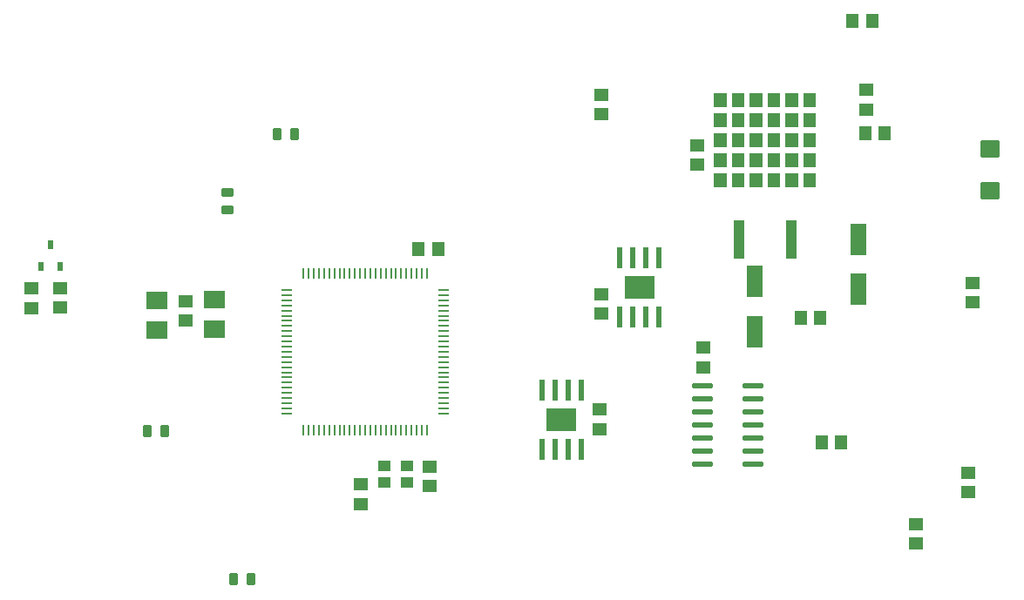
<source format=gbr>
G04 DipTrace 5.1.0.3*
G04 Íèæíÿÿï.ìàñêà.gbr*
%MOMM*%
G04 #@! TF.FileFunction,Paste,Bot*
G04 #@! TF.Part,Single*
%AMOUTLINE2*
4,1,28,
0.94997,0.56344,
0.95003,-0.56334,
0.93996,-0.63984,
0.91171,-0.70807,
0.86675,-0.76666,
0.80816,-0.81162,
0.73993,-0.83989,
0.66344,-0.84996,
-0.66334,-0.85004,
-0.73984,-0.83997,
-0.80807,-0.81171,
-0.86667,-0.76676,
-0.91163,-0.70817,
-0.93989,-0.63994,
-0.94997,-0.56344,
-0.95003,0.56334,
-0.93996,0.63984,
-0.91171,0.70807,
-0.86675,0.76666,
-0.80816,0.81162,
-0.73993,0.83989,
-0.66344,0.84996,
0.66334,0.85004,
0.73984,0.83997,
0.80807,0.81171,
0.86667,0.76676,
0.91163,0.70817,
0.93989,0.63994,
0.94997,0.56344,
0*%
%AMOUTLINE5*
4,1,28,
-0.94997,-0.56344,
-0.95003,0.56334,
-0.93996,0.63984,
-0.91171,0.70807,
-0.86675,0.76666,
-0.80816,0.81162,
-0.73993,0.83989,
-0.66344,0.84996,
0.66334,0.85004,
0.73984,0.83997,
0.80807,0.81171,
0.86667,0.76676,
0.91163,0.70817,
0.93989,0.63994,
0.94997,0.56344,
0.95003,-0.56334,
0.93996,-0.63984,
0.91171,-0.70807,
0.86675,-0.76666,
0.80816,-0.81162,
0.73993,-0.83989,
0.66344,-0.84996,
-0.66334,-0.85004,
-0.73984,-0.83997,
-0.80807,-0.81171,
-0.86667,-0.76676,
-0.91163,-0.70817,
-0.93989,-0.63994,
-0.94997,-0.56344,
0*%
%AMOUTLINE14*
4,1,28,
0.54987,1.66177,
0.55013,-1.66168,
0.5429,-1.71661,
0.52297,-1.76474,
0.49125,-1.80608,
0.44992,-1.8378,
0.40179,-1.85774,
0.34687,-1.86497,
-0.34658,-1.86503,
-0.40151,-1.8578,
-0.44964,-1.83787,
-0.49098,-1.80615,
-0.5227,-1.76482,
-0.54264,-1.71669,
-0.54987,-1.66177,
-0.55013,1.66168,
-0.5429,1.71661,
-0.52297,1.76474,
-0.49125,1.80608,
-0.44992,1.8378,
-0.40179,1.85774,
-0.34687,1.86497,
0.34658,1.86503,
0.40151,1.8578,
0.44964,1.83787,
0.49098,1.80615,
0.5227,1.76482,
0.54264,1.71669,
0.54987,1.66177,
0*%
%AMOUTLINE26*
4,1,28,
-0.15172,0.455,
0.15172,0.455,
0.18077,0.45118,
0.20478,0.44123,
0.22541,0.42541,
0.24123,0.40478,
0.25118,0.38077,
0.255,0.35172,
0.255,-0.35172,
0.25118,-0.38077,
0.24123,-0.40478,
0.22541,-0.42541,
0.20478,-0.44123,
0.18077,-0.45118,
0.15172,-0.455,
-0.15172,-0.455,
-0.18077,-0.45118,
-0.20478,-0.44123,
-0.22541,-0.42541,
-0.24123,-0.40478,
-0.25118,-0.38077,
-0.255,-0.35172,
-0.255,0.35172,
-0.25118,0.38077,
-0.24123,0.40478,
-0.22541,0.42541,
-0.20478,0.44123,
-0.18077,0.45118,
-0.15172,0.455,
0*%
%AMOUTLINE29*
4,1,28,
0.15172,-0.455,
-0.15172,-0.455,
-0.18077,-0.45118,
-0.20478,-0.44123,
-0.22541,-0.42541,
-0.24123,-0.40478,
-0.25118,-0.38077,
-0.255,-0.35172,
-0.255,0.35172,
-0.25118,0.38077,
-0.24123,0.40478,
-0.22541,0.42541,
-0.20478,0.44123,
-0.18077,0.45118,
-0.15172,0.455,
0.15172,0.455,
0.18077,0.45118,
0.20478,0.44123,
0.22541,0.42541,
0.24123,0.40478,
0.25118,0.38077,
0.255,0.35172,
0.255,-0.35172,
0.25118,-0.38077,
0.24123,-0.40478,
0.22541,-0.42541,
0.20478,-0.44123,
0.18077,-0.45118,
0.15172,-0.455,
0*%
%AMOUTLINE38*
4,1,28,
-0.21674,0.60999,
0.2167,0.61001,
0.26387,0.6038,
0.30477,0.58686,
0.33989,0.55991,
0.36684,0.5248,
0.38378,0.4839,
0.38999,0.43673,
0.39001,-0.43671,
0.3838,-0.48388,
0.36687,-0.52477,
0.33992,-0.55989,
0.3048,-0.58684,
0.26391,-0.60378,
0.21674,-0.60999,
-0.2167,-0.61001,
-0.26387,-0.6038,
-0.30477,-0.58686,
-0.33989,-0.55991,
-0.36684,-0.5248,
-0.38378,-0.4839,
-0.38999,-0.43673,
-0.39001,0.43671,
-0.3838,0.48388,
-0.36687,0.52477,
-0.33992,0.55989,
-0.3048,0.58684,
-0.26391,0.60378,
-0.21674,0.60999,
0*%
%AMOUTLINE41*
4,1,28,
0.21674,-0.60999,
-0.2167,-0.61001,
-0.26387,-0.6038,
-0.30477,-0.58686,
-0.33989,-0.55991,
-0.36684,-0.5248,
-0.38378,-0.4839,
-0.38999,-0.43673,
-0.39001,0.43671,
-0.3838,0.48388,
-0.36687,0.52477,
-0.33992,0.55989,
-0.3048,0.58684,
-0.26391,0.60378,
-0.21674,0.60999,
0.2167,0.61001,
0.26387,0.6038,
0.30477,0.58686,
0.33989,0.55991,
0.36684,0.5248,
0.38378,0.4839,
0.38999,0.43673,
0.39001,-0.43671,
0.3838,-0.48388,
0.36687,-0.52477,
0.33992,-0.55989,
0.3048,-0.58684,
0.26391,-0.60378,
0.21674,-0.60999,
0*%
%AMOUTLINE44*
4,1,28,
0.60999,0.21675,
0.61001,-0.2167,
0.6038,-0.26386,
0.58686,-0.30476,
0.55992,-0.33988,
0.5248,-0.36683,
0.4839,-0.38377,
0.43674,-0.38998,
-0.43671,-0.39002,
-0.48387,-0.38381,
-0.52477,-0.36687,
-0.55989,-0.33993,
-0.58684,-0.30481,
-0.60378,-0.26391,
-0.60999,-0.21675,
-0.61001,0.2167,
-0.6038,0.26386,
-0.58686,0.30476,
-0.55992,0.33988,
-0.5248,0.36683,
-0.4839,0.38377,
-0.43674,0.38998,
0.43671,0.39002,
0.48387,0.38381,
0.52477,0.36687,
0.55989,0.33993,
0.58684,0.30481,
0.60378,0.26391,
0.60999,0.21675,
0*%
%AMOUTLINE47*
4,1,28,
-0.60999,-0.21675,
-0.61001,0.2167,
-0.6038,0.26386,
-0.58686,0.30476,
-0.55992,0.33988,
-0.5248,0.36683,
-0.4839,0.38377,
-0.43674,0.38998,
0.43671,0.39002,
0.48387,0.38381,
0.52477,0.36687,
0.55989,0.33993,
0.58684,0.30481,
0.60378,0.26391,
0.60999,0.21675,
0.61001,-0.2167,
0.6038,-0.26386,
0.58686,-0.30476,
0.55992,-0.33988,
0.5248,-0.36683,
0.4839,-0.38377,
0.43674,-0.38998,
-0.43671,-0.39002,
-0.48387,-0.38381,
-0.52477,-0.36687,
-0.55989,-0.33993,
-0.58684,-0.30481,
-0.60378,-0.26391,
-0.60999,-0.21675,
0*%
%AMOUTLINE50*
4,1,28,
-0.535,-0.06672,
-0.535,0.06672,
-0.53356,0.07765,
-0.53061,0.08478,
-0.52591,0.09091,
-0.51978,0.09561,
-0.51265,0.09856,
-0.50172,0.1,
0.50172,0.1,
0.51265,0.09856,
0.51978,0.09561,
0.52591,0.09091,
0.53061,0.08478,
0.53356,0.07765,
0.535,0.06672,
0.535,-0.06672,
0.53356,-0.07765,
0.53061,-0.08478,
0.52591,-0.09091,
0.51978,-0.09561,
0.51265,-0.09856,
0.50172,-0.1,
-0.50172,-0.1,
-0.51265,-0.09856,
-0.51978,-0.09561,
-0.52591,-0.09091,
-0.53061,-0.08478,
-0.53356,-0.07765,
-0.535,-0.06672,
0*%
%AMOUTLINE53*
4,1,28,
-0.06672,0.535,
0.06672,0.535,
0.07765,0.53356,
0.08478,0.53061,
0.09091,0.52591,
0.09561,0.51978,
0.09856,0.51265,
0.1,0.50172,
0.1,-0.50172,
0.09856,-0.51265,
0.09561,-0.51978,
0.09091,-0.52591,
0.08478,-0.53061,
0.07765,-0.53356,
0.06672,-0.535,
-0.06672,-0.535,
-0.07765,-0.53356,
-0.08478,-0.53061,
-0.09091,-0.52591,
-0.09561,-0.51978,
-0.09856,-0.51265,
-0.1,-0.50172,
-0.1,0.50172,
-0.09856,0.51265,
-0.09561,0.51978,
-0.09091,0.52591,
-0.08478,0.53061,
-0.07765,0.53356,
-0.06672,0.535,
0*%
%AMOUTLINE56*
4,1,28,
0.535,0.06672,
0.535,-0.06672,
0.53356,-0.07765,
0.53061,-0.08478,
0.52591,-0.09091,
0.51978,-0.09561,
0.51265,-0.09856,
0.50172,-0.1,
-0.50172,-0.1,
-0.51265,-0.09856,
-0.51978,-0.09561,
-0.52591,-0.09091,
-0.53061,-0.08478,
-0.53356,-0.07765,
-0.535,-0.06672,
-0.535,0.06672,
-0.53356,0.07765,
-0.53061,0.08478,
-0.52591,0.09091,
-0.51978,0.09561,
-0.51265,0.09856,
-0.50172,0.1,
0.50172,0.1,
0.51265,0.09856,
0.51978,0.09561,
0.52591,0.09091,
0.53061,0.08478,
0.53356,0.07765,
0.535,0.06672,
0*%
%AMOUTLINE59*
4,1,28,
0.06672,-0.535,
-0.06672,-0.535,
-0.07765,-0.53356,
-0.08478,-0.53061,
-0.09091,-0.52591,
-0.09561,-0.51978,
-0.09856,-0.51265,
-0.1,-0.50172,
-0.1,0.50172,
-0.09856,0.51265,
-0.09561,0.51978,
-0.09091,0.52591,
-0.08478,0.53061,
-0.07765,0.53356,
-0.06672,0.535,
0.06672,0.535,
0.07765,0.53356,
0.08478,0.53061,
0.09091,0.52591,
0.09561,0.51978,
0.09856,0.51265,
0.1,0.50172,
0.1,-0.50172,
0.09856,-0.51265,
0.09561,-0.51978,
0.09091,-0.52591,
0.08478,-0.53061,
0.07765,-0.53356,
0.06672,-0.535,
0*%
%AMOUTLINE62*
4,1,28,
-0.975,-0.16172,
-0.975,0.16172,
-0.97084,0.19336,
-0.95989,0.21978,
-0.94248,0.24248,
-0.91978,0.25989,
-0.89336,0.27084,
-0.86172,0.275,
0.86172,0.275,
0.89336,0.27084,
0.91978,0.25989,
0.94248,0.24248,
0.95989,0.21978,
0.97084,0.19336,
0.975,0.16172,
0.975,-0.16172,
0.97084,-0.19336,
0.95989,-0.21978,
0.94248,-0.24248,
0.91978,-0.25989,
0.89336,-0.27084,
0.86172,-0.275,
-0.86172,-0.275,
-0.89336,-0.27084,
-0.91978,-0.25989,
-0.94248,-0.24248,
-0.95989,-0.21978,
-0.97084,-0.19336,
-0.975,-0.16172,
0*%
%AMOUTLINE65*
4,1,28,
0.975,0.16172,
0.975,-0.16172,
0.97084,-0.19336,
0.95989,-0.21978,
0.94248,-0.24248,
0.91978,-0.25989,
0.89336,-0.27084,
0.86172,-0.275,
-0.86172,-0.275,
-0.89336,-0.27084,
-0.91978,-0.25989,
-0.94248,-0.24248,
-0.95989,-0.21978,
-0.97084,-0.19336,
-0.975,-0.16172,
-0.975,0.16172,
-0.97084,0.19336,
-0.95989,0.21978,
-0.94248,0.24248,
-0.91978,0.25989,
-0.89336,0.27084,
-0.86172,0.275,
0.86172,0.275,
0.89336,0.27084,
0.91978,0.25989,
0.94248,0.24248,
0.95989,0.21978,
0.97084,0.19336,
0.975,0.16172,
0*%
%ADD59R,1.3X1.05*%
%ADD61R,3.0X2.3*%
%ADD63R,0.6X2.05*%
%ADD89R,2.15X1.7*%
%ADD91R,1.5X3.05*%
%ADD93R,1.4X1.2*%
%ADD95R,1.2X1.4*%
%ADD112OUTLINE2*%
%ADD115OUTLINE5*%
%ADD124OUTLINE14*%
%ADD136OUTLINE26*%
%ADD139OUTLINE29*%
%ADD148OUTLINE38*%
%ADD151OUTLINE41*%
%ADD154OUTLINE44*%
%ADD157OUTLINE47*%
%ADD160OUTLINE50*%
%ADD163OUTLINE53*%
%ADD166OUTLINE56*%
%ADD169OUTLINE59*%
%ADD172OUTLINE62*%
%ADD175OUTLINE65*%
%FSLAX35Y35*%
G04*
G71*
G90*
G75*
G01*
G04 BotPaste*
%LPD*%
D95*
X8794650Y4869156D3*
X8984650Y4869174D3*
D93*
X10464986Y5212597D3*
X10465004Y5022597D3*
D91*
X8346955Y5225480D3*
X8346979Y4735480D3*
X9355896Y5636023D3*
X9355912Y5146023D3*
D95*
X5273207Y5542036D3*
X5083207Y5542030D3*
D93*
X9915986Y2677387D3*
X9915979Y2867387D3*
X7852163Y4391620D3*
Y4581620D3*
D89*
X2537835Y5041263D3*
X2537840Y4751263D3*
X3097325Y5046363D3*
X3097348Y4756363D3*
D93*
X2821531Y5032863D3*
X2821546Y4842863D3*
X5189700Y3235380D3*
X5189692Y3425380D3*
X4524537Y3062263D3*
Y3252263D3*
D95*
X9189357Y3659300D3*
X8999357Y3659292D3*
D112*
X10636738Y6104620D3*
D115*
X10636715Y6516620D3*
D124*
X8703275Y5631023D3*
X8195275Y5630984D3*
G36*
X7952231Y6276470D2*
X8076231D1*
Y6139470D1*
X7952231D1*
Y6276470D1*
G37*
G36*
X8126231Y6276483D2*
X8250231D1*
Y6139483D1*
X8126231D1*
Y6276483D1*
G37*
G36*
X8300231Y6276497D2*
X8424231D1*
Y6139497D1*
X8300231D1*
Y6276497D1*
G37*
G36*
X8474231Y6276510D2*
X8598231D1*
Y6139510D1*
X8474231D1*
Y6276510D1*
G37*
G36*
X8648231Y6276523D2*
X8772231D1*
Y6139523D1*
X8648231D1*
Y6276523D1*
G37*
G36*
X8822231Y6276537D2*
X8946231D1*
Y6139537D1*
X8822231D1*
Y6276537D1*
G37*
G36*
X7952216Y6470470D2*
X8076216D1*
Y6333470D1*
X7952216D1*
Y6470470D1*
G37*
G36*
X8126216Y6470483D2*
X8250216D1*
Y6333483D1*
X8126216D1*
Y6470483D1*
G37*
G36*
X8300216Y6470497D2*
X8424216D1*
Y6333497D1*
X8300216D1*
Y6470497D1*
G37*
G36*
X8474216Y6470510D2*
X8598216D1*
Y6333510D1*
X8474216D1*
Y6470510D1*
G37*
G36*
X8648216Y6470523D2*
X8772216D1*
Y6333523D1*
X8648216D1*
Y6470523D1*
G37*
G36*
X8822216Y6470537D2*
X8946216D1*
Y6333537D1*
X8822216D1*
Y6470537D1*
G37*
G36*
X7952201Y6664470D2*
X8076201D1*
Y6527470D1*
X7952201D1*
Y6664470D1*
G37*
G36*
X8126201Y6664483D2*
X8250201D1*
Y6527483D1*
X8126201D1*
Y6664483D1*
G37*
G36*
X8300201Y6664497D2*
X8424201D1*
Y6527497D1*
X8300201D1*
Y6664497D1*
G37*
G36*
X8474201Y6664510D2*
X8598201D1*
Y6527510D1*
X8474201D1*
Y6664510D1*
G37*
G36*
X8648201Y6664523D2*
X8772201D1*
Y6527523D1*
X8648201D1*
Y6664523D1*
G37*
G36*
X8822201Y6664537D2*
X8946201D1*
Y6527537D1*
X8822201D1*
Y6664537D1*
G37*
G36*
X7952186Y6858470D2*
X8076186D1*
Y6721470D1*
X7952186D1*
Y6858470D1*
G37*
G36*
X8126186Y6858483D2*
X8250186D1*
Y6721483D1*
X8126186D1*
Y6858483D1*
G37*
G36*
X8300186Y6858497D2*
X8424186D1*
Y6721497D1*
X8300186D1*
Y6858497D1*
G37*
G36*
X8474186Y6858510D2*
X8598186D1*
Y6721510D1*
X8474186D1*
Y6858510D1*
G37*
G36*
X8648186Y6858523D2*
X8772186D1*
Y6721523D1*
X8648186D1*
Y6858523D1*
G37*
G36*
X8822186Y6858537D2*
X8946186D1*
Y6721537D1*
X8822186D1*
Y6858537D1*
G37*
G36*
X7952172Y7052470D2*
X8076172D1*
Y6915470D1*
X7952172D1*
Y7052470D1*
G37*
G36*
X8126172Y7052483D2*
X8250172D1*
Y6915483D1*
X8126172D1*
Y7052483D1*
G37*
G36*
X8300172Y7052497D2*
X8424172D1*
Y6915497D1*
X8300172D1*
Y7052497D1*
G37*
G36*
X8474172Y7052510D2*
X8598172D1*
Y6915510D1*
X8474172D1*
Y7052510D1*
G37*
G36*
X8648172Y7052523D2*
X8772172D1*
Y6915523D1*
X8648172D1*
Y7052523D1*
G37*
G36*
X8822172Y7052537D2*
X8946172D1*
Y6915537D1*
X8822172D1*
Y7052537D1*
G37*
D136*
X1601637Y5368563D3*
X1411637D3*
D139*
X1506637Y5579563D3*
D93*
X6843757Y3790367D3*
Y3980367D3*
X6855117Y5098737D3*
Y4908737D3*
D148*
X3453537Y2326967D3*
D151*
X3284537Y2326960D3*
D154*
X3227140Y5916963D3*
D157*
X3227133Y6085963D3*
D93*
X9429062Y7085353D3*
X9429071Y6895353D3*
D148*
X3876537Y6659468D3*
D151*
X3707537Y6659458D3*
D148*
X2615737Y3769566D3*
D151*
X2446737Y3769561D3*
D93*
X1605434Y5157963D3*
X1605440Y4967963D3*
X1324339Y4963763D3*
X1324334Y5153763D3*
D95*
X9422730Y6662144D3*
X9612730Y6662156D3*
D93*
X10424951Y3174453D3*
X10424943Y3364453D3*
X7787754Y6549873D3*
X7787760Y6359873D3*
X6860547Y7037857D3*
X6860553Y6847857D3*
D95*
X9490753Y7756127D3*
X9300753D3*
D63*
X6280627Y4166230D3*
X6407627D3*
X6534627D3*
X6661627D3*
Y3591230D3*
X6534627D3*
X6407627D3*
X6280627D3*
D61*
X6471127Y3878730D3*
D63*
X7419167Y4880840D3*
X7292167D3*
X7165167D3*
X7038167D3*
Y5455840D3*
X7165167D3*
X7292167D3*
X7419167D3*
D61*
X7228667Y5168340D3*
D160*
X5327710Y5140603D3*
Y5090603D3*
Y5040603D3*
Y4990603D3*
Y4940603D3*
Y4890603D3*
Y4840603D3*
Y4790603D3*
Y4740603D3*
Y4690603D3*
Y4640603D3*
Y4590603D3*
Y4540603D3*
Y4490603D3*
Y4440603D3*
Y4390603D3*
Y4340603D3*
Y4290603D3*
Y4240603D3*
Y4190603D3*
Y4140603D3*
Y4090603D3*
Y4040603D3*
Y3990603D3*
Y3940603D3*
D163*
X5165210Y3778103D3*
X5115210D3*
X5065210D3*
X5015210D3*
X4965210D3*
X4915210D3*
X4865210D3*
X4815210D3*
X4765210D3*
X4715210D3*
X4665210D3*
X4615210D3*
X4565210D3*
X4515210D3*
X4465210D3*
X4415210D3*
X4365210D3*
X4315210D3*
X4265210D3*
X4215210D3*
X4165210D3*
X4115210D3*
X4065210D3*
X4015210D3*
X3965210D3*
D166*
X3802710Y3940603D3*
Y3990603D3*
Y4040603D3*
Y4090603D3*
Y4140603D3*
Y4190603D3*
Y4240603D3*
Y4290603D3*
Y4340603D3*
Y4390603D3*
Y4440603D3*
Y4490603D3*
Y4540603D3*
Y4590603D3*
Y4640603D3*
Y4690603D3*
Y4740603D3*
Y4790603D3*
Y4840603D3*
Y4890603D3*
Y4940603D3*
Y4990603D3*
Y5040603D3*
Y5090603D3*
Y5140603D3*
D169*
X3965210Y5303103D3*
X4015210D3*
X4065210D3*
X4115210D3*
X4165210D3*
X4215210D3*
X4265210D3*
X4315210D3*
X4365210D3*
X4415210D3*
X4465210D3*
X4515210D3*
X4565210D3*
X4615210D3*
X4665210D3*
X4715210D3*
X4765210D3*
X4815210D3*
X4865210D3*
X4915210D3*
X4965210D3*
X5015210D3*
X5065210D3*
X5115210D3*
X5165210D3*
D172*
X8332293Y4209037D3*
Y4082037D3*
Y3955037D3*
Y3828037D3*
Y3701037D3*
Y3574037D3*
Y3447037D3*
D175*
X7845293D3*
Y3574037D3*
Y3701037D3*
Y3828037D3*
Y3955037D3*
Y4082037D3*
Y4209037D3*
D59*
X4754947Y3426927D3*
X4974947D3*
Y3266930D3*
X4754947D3*
M02*

</source>
